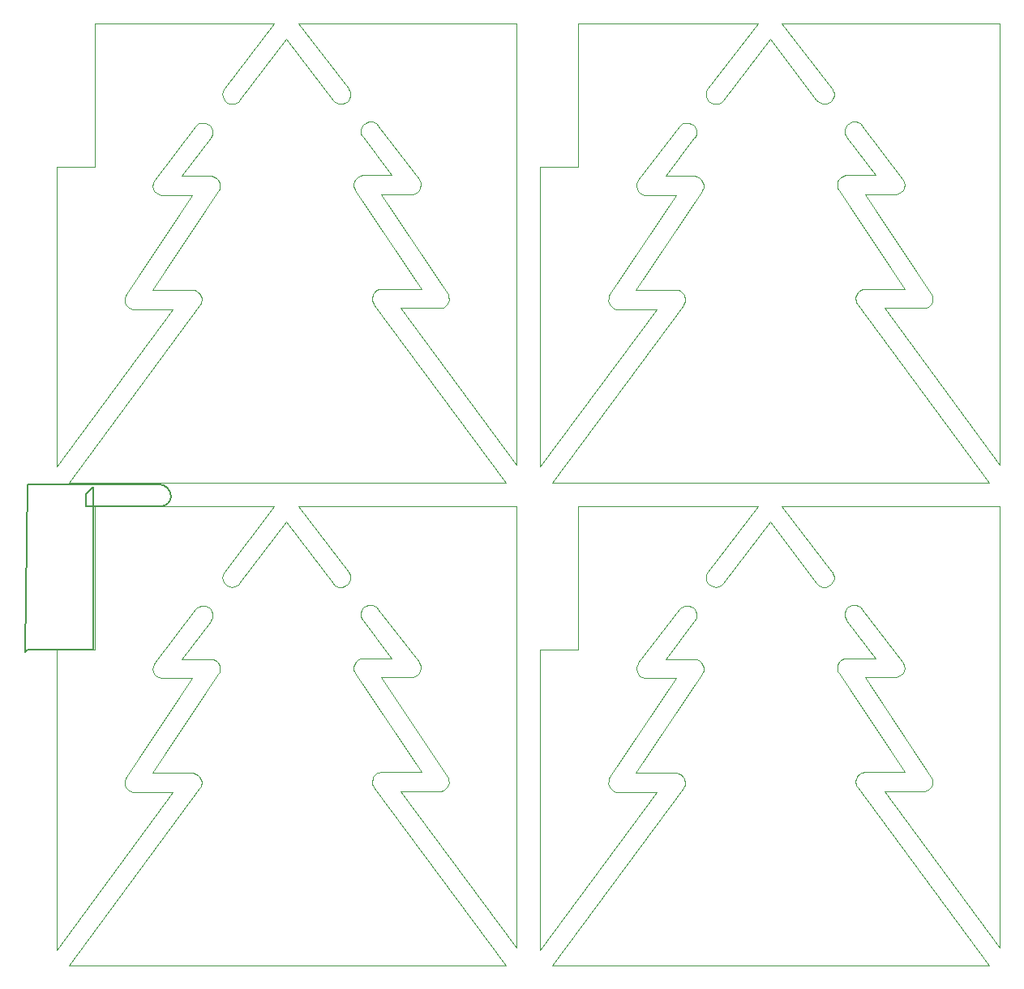
<source format=gm1>
%FSTAX23Y23*%
%MOIN*%
%SFA1B1*%

%IPPOS*%
%ADD33C,0.005000*%
%ADD34C,0.000000*%
%LNpcb_panel_v3-1*%
%LPD*%
G54D33*
X0143Y0289D02*
D01*
D01*
G75*
G03X0147Y0293I0J00040D01*
G74*G01*
D01*
D01*
G75*
G03X0142Y0298I-00050J0D01*
G74*G01*
X0115Y023D02*
Y0297D01*
X0112Y0294D02*
X0115Y0297D01*
X0112Y0289D02*
Y0294D01*
Y0289D02*
X0143D01*
X0141Y0298D02*
X0142D01*
X0135D02*
X0141D01*
X0116D02*
X0135D01*
X0088Y023D02*
X0115D01*
X0087Y0229D02*
X0088Y023D01*
X0087Y0229D02*
X0088Y0298D01*
X0116*
G54D34*
X02889Y01073D02*
Y02889D01*
X01994D02*
X02889D01*
X01994D02*
X02199Y02621D01*
D01*
X02201Y02619D01*
X02204Y02613*
X02206Y02607*
X02207Y026*
Y02597D02*
Y026D01*
Y02591D02*
Y02597D01*
X02204Y02579D02*
X02207Y02591D01*
X02196Y02569D02*
X02204Y02579D01*
X02186Y02562D02*
X02196Y02569D01*
X02175Y02558D02*
X02186Y02562D01*
X02162Y02558D02*
X02175Y02558D01*
X02151Y02561D02*
X02162Y02558D01*
X0214Y02568D02*
X02151Y02561D01*
X02137Y02573D02*
X0214Y02568D01*
X01945Y02825D02*
X02137Y02573D01*
X01752D02*
X01945Y02825D01*
X01752Y02573D02*
D01*
X01749Y02569D02*
X01752Y02573D01*
X01741Y02563D02*
X01749Y02569D01*
X01731Y02559D02*
X01741Y02563D01*
X01721Y02557D02*
X01731Y02559D01*
X01711Y02559D02*
X01721Y02557D01*
X01701Y02563D02*
X01711Y02559D01*
X01693Y02569D02*
X01701Y02563D01*
X01687Y02577D02*
X01693Y02569D01*
X01683Y02587D02*
X01687Y02577D01*
X01681Y02597D02*
X01683Y02587D01*
X01681Y02597D02*
X01683Y02607D01*
X01687Y02617*
X0169Y02621*
X01895Y02889*
X01157D02*
X01895D01*
X01157Y02299D02*
Y02889D01*
X01Y02299D02*
X01157D01*
X01Y01064D02*
Y02299D01*
Y01064D02*
X01478Y01713D01*
X01314D02*
X01478D01*
X01304Y01716D02*
X01314Y01713D01*
X01295Y01722D02*
X01304Y01716D01*
X01287Y01729D02*
X01295Y01722D01*
X01282Y01739D02*
X01287Y01729D01*
X0128Y01749D02*
X01282Y01739D01*
X0128Y01749D02*
X01281Y0176D01*
X01284Y0177*
X01287Y01775*
X01558Y02182*
X0143D02*
X01558D01*
X01419Y02185D02*
X0143Y02182D01*
X0141Y02191D02*
X01419Y02185D01*
X01402Y02199D02*
X0141Y02191D01*
X01397Y02209D02*
X01402Y02199D01*
X01395Y02219D02*
X01397Y02209D01*
X01395Y02219D02*
X01396Y0223D01*
X014Y02241*
X01404Y02245*
X01571Y02465*
D01*
X01574Y02469D01*
X01585Y02477*
X01596Y0248*
X01609Y0248*
X0162Y02476*
X0163Y02469*
X01638Y02459*
X01641Y02447*
Y02441D02*
Y02447D01*
Y02437D02*
Y02441D01*
X0164Y02431D02*
X01641Y02437D01*
X01638Y02425D02*
X0164Y02431D01*
X01635Y02419D02*
X01638Y02425D01*
X01633Y02417D02*
X01635Y02419D01*
X01515Y02261D02*
X01633Y02417D01*
X01515Y02261D02*
X01636D01*
X01643Y02259*
X01651Y02256*
X01657Y02252*
X01663Y02246*
X01667Y0224*
X0167Y02233*
X01671Y02225*
Y02221D02*
Y02225D01*
Y02218D02*
Y02221D01*
X0167Y02213D02*
X01671Y02218D01*
X01669Y02207D02*
X0167Y02213D01*
X01666Y02202D02*
X01669Y02207D01*
X01665Y02199D02*
X01666Y02202D01*
X01393Y01792D02*
X01665Y02199D01*
X01393Y01792D02*
X0156D01*
X01568Y01791*
X01575Y01788*
X01581Y01783*
X01587Y01778*
X01591Y01771*
X01594Y01764*
X01596Y01757*
Y01753D02*
Y01757D01*
Y0175D02*
Y01753D01*
X01595Y01743D02*
X01596Y0175D01*
X01593Y01737D02*
X01595Y01743D01*
X0159Y01732D02*
X01593Y01737D01*
X01588Y01729D02*
X0159Y01732D01*
X0105Y01D02*
X01588Y01729D01*
X0105Y01D02*
X02846D01*
X02305Y01733D02*
X02846Y01D01*
X02303Y01736D02*
X02305Y01733D01*
X023Y01741D02*
X02303Y01736D01*
X02298Y01747D02*
X023Y01741D01*
X02297Y01753D02*
X02298Y01747D01*
X02297Y01753D02*
Y01757D01*
Y0176*
X02299Y01768*
X02302Y01775*
X02306Y01782*
X02311Y01787*
X02318Y01792*
X02325Y01794*
X02333Y01796*
X02499*
X02228Y02203D02*
X02499Y01796D01*
X02226Y02206D02*
X02228Y02203D01*
X02224Y02211D02*
X02226Y02206D01*
X02222Y02216D02*
X02224Y02211D01*
X02221Y02222D02*
X02222Y02216D01*
X02221Y02222D02*
Y02225D01*
Y02229*
X02223Y02237*
X02226Y02244*
X0223Y0225*
X02236Y02256*
X02242Y0226*
X02249Y02263*
X02257Y02264*
X02378*
X02259Y02421D02*
X02378Y02264D01*
X02257Y02423D02*
X02259Y02421D01*
X02254Y02429D02*
X02257Y02423D01*
X02252Y02435D02*
X02254Y02429D01*
X02251Y02441D02*
X02252Y02435D01*
X02251Y02441D02*
Y02445D01*
Y02451*
X02255Y02463*
X02262Y02473*
X02272Y0248*
X02284Y02484*
X02296Y02484*
X02308Y0248*
X02318Y02473*
X02322Y02468*
X02489Y02249*
X02492Y02245*
X02496Y02234*
X02497Y02223*
X02495Y02213D02*
X02497Y02223D01*
X0249Y02203D02*
X02495Y02213D01*
X02483Y02195D02*
X0249Y02203D01*
X02474Y02189D02*
X02483Y02195D01*
X02463Y02186D02*
X02474Y02189D01*
X02334Y02186D02*
X02463D01*
X02334D02*
X02606Y01778D01*
X02609Y01774*
X02612Y01764*
X02613Y01753*
X0261Y01743D02*
X02613Y01753D01*
X02605Y01733D02*
X0261Y01743D01*
X02598Y01726D02*
X02605Y01733D01*
X02589Y0172D02*
X02598Y01726D01*
X02578Y01717D02*
X02589Y0172D01*
X02415Y01717D02*
X02578D01*
X02415D02*
X02889Y01073D01*
X04877D02*
Y02889D01*
X03982D02*
X04877D01*
X03982D02*
X04187Y02621D01*
D01*
X04189Y02619D01*
X04192Y02613*
X04195Y02607*
X04196Y026*
Y02597D02*
Y026D01*
Y02591D02*
Y02597D01*
X04192Y02579D02*
X04196Y02591D01*
X04185Y02569D02*
X04192Y02579D01*
X04175Y02562D02*
X04185Y02569D01*
X04163Y02558D02*
X04175Y02562D01*
X04151Y02558D02*
X04163Y02558D01*
X04139Y02561D02*
X04151Y02558D01*
X04129Y02568D02*
X04139Y02561D01*
X04125Y02573D02*
X04129Y02568D01*
X03933Y02825D02*
X04125Y02573D01*
X0374D02*
X03933Y02825D01*
X0374Y02573D02*
D01*
X03737Y02569D02*
X0374Y02573D01*
X03729Y02563D02*
X03737Y02569D01*
X0372Y02559D02*
X03729Y02563D01*
X03709Y02557D02*
X0372Y02559D01*
X03699Y02559D02*
X03709Y02557D01*
X03689Y02563D02*
X03699Y02559D01*
X03681Y02569D02*
X03689Y02563D01*
X03675Y02577D02*
X03681Y02569D01*
X03671Y02587D02*
X03675Y02577D01*
X03669Y02597D02*
X03671Y02587D01*
X03669Y02597D02*
X03671Y02607D01*
X03675Y02617*
X03678Y02621*
X03883Y02889*
X03145D02*
X03883D01*
X03145Y02299D02*
Y02889D01*
X02988Y02299D02*
X03145D01*
X02988Y01064D02*
Y02299D01*
Y01064D02*
X03466Y01713D01*
X03302D02*
X03466D01*
X03292Y01716D02*
X03302Y01713D01*
X03283Y01722D02*
X03292Y01716D01*
X03276Y01729D02*
X03283Y01722D01*
X03271Y01739D02*
X03276Y01729D01*
X03268Y01749D02*
X03271Y01739D01*
X03268Y01749D02*
X03269Y0176D01*
X03272Y0177*
X03275Y01775*
X03547Y02182*
X03418D02*
X03547D01*
X03407Y02185D02*
X03418Y02182D01*
X03398Y02191D02*
X03407Y02185D01*
X0339Y02199D02*
X03398Y02191D01*
X03386Y02209D02*
X0339Y02199D01*
X03384Y02219D02*
X03386Y02209D01*
X03384Y02219D02*
X03385Y0223D01*
X03389Y02241*
X03392Y02245*
X03559Y02465*
D01*
X03563Y02469D01*
X03573Y02477*
X03585Y0248*
X03597Y0248*
X03609Y02476*
X03619Y02469*
X03626Y02459*
X0363Y02447*
Y02441D02*
Y02447D01*
Y02437D02*
Y02441D01*
X03629Y02431D02*
X0363Y02437D01*
X03626Y02425D02*
X03629Y02431D01*
X03623Y02419D02*
X03626Y02425D01*
X03622Y02417D02*
X03623Y02419D01*
X03503Y02261D02*
X03622Y02417D01*
X03503Y02261D02*
X03624D01*
X03632Y02259*
X03639Y02256*
X03645Y02252*
X03651Y02246*
X03655Y0224*
X03658Y02233*
X0366Y02225*
Y02221D02*
Y02225D01*
Y02218D02*
Y02221D01*
X03659Y02213D02*
X0366Y02218D01*
X03657Y02207D02*
X03659Y02213D01*
X03655Y02202D02*
X03657Y02207D01*
X03653Y02199D02*
X03655Y02202D01*
X03381Y01792D02*
X03653Y02199D01*
X03381Y01792D02*
X03548D01*
X03556Y01791*
X03563Y01788*
X03569Y01783*
X03575Y01778*
X03579Y01771*
X03582Y01764*
X03584Y01757*
Y01753D02*
Y01757D01*
Y0175D02*
Y01753D01*
X03583Y01743D02*
X03584Y0175D01*
X03581Y01737D02*
X03583Y01743D01*
X03578Y01732D02*
X03581Y01737D01*
X03576Y01729D02*
X03578Y01732D01*
X03038Y01D02*
X03576Y01729D01*
X03038Y01D02*
X04834D01*
X04293Y01733D02*
X04834Y01D01*
X04291Y01736D02*
X04293Y01733D01*
X04288Y01741D02*
X04291Y01736D01*
X04286Y01747D02*
X04288Y01741D01*
X04285Y01753D02*
X04286Y01747D01*
X04285Y01753D02*
Y01757D01*
Y0176*
X04287Y01768*
X0429Y01775*
X04294Y01782*
X043Y01787*
X04306Y01792*
X04313Y01794*
X04321Y01796*
X04488*
X04216Y02203D02*
X04488Y01796D01*
X04215Y02206D02*
X04216Y02203D01*
X04212Y02211D02*
X04215Y02206D01*
X0421Y02216D02*
X04212Y02211D01*
X0421Y02222D02*
X0421Y02216D01*
X0421Y02222D02*
Y02225D01*
Y02229*
X04211Y02237*
X04214Y02244*
X04218Y0225*
X04224Y02256*
X0423Y0226*
X04237Y02263*
X04245Y02264*
X04366*
X04248Y02421D02*
X04366Y02264D01*
X04246Y02423D02*
X04248Y02421D01*
X04243Y02429D02*
X04246Y02423D01*
X04241Y02435D02*
X04243Y02429D01*
X0424Y02441D02*
X04241Y02435D01*
X0424Y02441D02*
Y02445D01*
Y02451*
X04243Y02463*
X04251Y02473*
X0426Y0248*
X04272Y02484*
X04285Y02484*
X04296Y0248*
X04306Y02473*
X0431Y02468*
X04477Y02249*
X0448Y02245*
X04485Y02234*
X04486Y02223*
X04484Y02213D02*
X04486Y02223D01*
X04479Y02203D02*
X04484Y02213D01*
X04471Y02195D02*
X04479Y02203D01*
X04462Y02189D02*
X04471Y02195D01*
X04451Y02186D02*
X04462Y02189D01*
X04323Y02186D02*
X04451D01*
X04323D02*
X04594Y01778D01*
X04597Y01774*
X046Y01764*
X04601Y01753*
X04599Y01743D02*
X04601Y01753D01*
X04593Y01733D02*
X04599Y01743D01*
X04586Y01726D02*
X04593Y01733D01*
X04577Y0172D02*
X04586Y01726D01*
X04567Y01717D02*
X04577Y0172D01*
X04403Y01717D02*
X04567D01*
X04403D02*
X04877Y01073D01*
X02889Y03061D02*
Y04877D01*
X01994D02*
X02889D01*
X01994D02*
X02199Y04609D01*
D01*
X02201Y04607D01*
X02204Y04601*
X02206Y04595*
X02207Y04589*
Y04585D02*
Y04589D01*
Y04579D02*
Y04585D01*
X02204Y04567D02*
X02207Y04579D01*
X02196Y04557D02*
X02204Y04567D01*
X02186Y0455D02*
X02196Y04557D01*
X02175Y04546D02*
X02186Y0455D01*
X02162Y04546D02*
X02175Y04546D01*
X02151Y04549D02*
X02162Y04546D01*
X0214Y04557D02*
X02151Y04549D01*
X02137Y04561D02*
X0214Y04557D01*
X01945Y04813D02*
X02137Y04561D01*
X01752D02*
X01945Y04813D01*
X01752Y04561D02*
D01*
X01749Y04557D02*
X01752Y04561D01*
X01741Y04551D02*
X01749Y04557D01*
X01731Y04547D02*
X01741Y04551D01*
X01721Y04546D02*
X01731Y04547D01*
X01711Y04547D02*
X01721Y04546D01*
X01701Y04551D02*
X01711Y04547D01*
X01693Y04557D02*
X01701Y04551D01*
X01687Y04565D02*
X01693Y04557D01*
X01683Y04575D02*
X01687Y04565D01*
X01681Y04585D02*
X01683Y04575D01*
X01681Y04585D02*
X01683Y04596D01*
X01687Y04605*
X0169Y04609*
X01895Y04877*
X01157D02*
X01895D01*
X01157Y04287D02*
Y04877D01*
X01Y04287D02*
X01157D01*
X01Y03052D02*
Y04287D01*
Y03052D02*
X01478Y03701D01*
X01314D02*
X01478D01*
X01304Y03704D02*
X01314Y03701D01*
X01295Y0371D02*
X01304Y03704D01*
X01287Y03718D02*
X01295Y0371D01*
X01282Y03727D02*
X01287Y03718D01*
X0128Y03737D02*
X01282Y03727D01*
X0128Y03737D02*
X01281Y03748D01*
X01284Y03758*
X01287Y03763*
X01558Y0417*
X0143D02*
X01558D01*
X01419Y04173D02*
X0143Y0417D01*
X0141Y04179D02*
X01419Y04173D01*
X01402Y04187D02*
X0141Y04179D01*
X01397Y04197D02*
X01402Y04187D01*
X01395Y04208D02*
X01397Y04197D01*
X01395Y04208D02*
X01396Y04219D01*
X014Y04229*
X01404Y04233*
X01571Y04453*
D01*
X01574Y04458D01*
X01585Y04465*
X01596Y04468*
X01609Y04468*
X0162Y04464*
X0163Y04457*
X01638Y04447*
X01641Y04435*
Y04429D02*
Y04435D01*
Y04426D02*
Y04429D01*
X0164Y04419D02*
X01641Y04426D01*
X01638Y04413D02*
X0164Y04419D01*
X01635Y04408D02*
X01638Y04413D01*
X01633Y04405D02*
X01635Y04408D01*
X01515Y04249D02*
X01633Y04405D01*
X01515Y04249D02*
X01636D01*
X01643Y04247*
X01651Y04244*
X01657Y0424*
X01663Y04234*
X01667Y04228*
X0167Y04221*
X01671Y04213*
Y04209D02*
Y04213D01*
Y04206D02*
Y04209D01*
X0167Y04201D02*
X01671Y04206D01*
X01669Y04195D02*
X0167Y04201D01*
X01666Y0419D02*
X01669Y04195D01*
X01665Y04187D02*
X01666Y0419D01*
X01393Y0378D02*
X01665Y04187D01*
X01393Y0378D02*
X0156D01*
X01568Y03779*
X01575Y03776*
X01581Y03771*
X01587Y03766*
X01591Y0376*
X01594Y03752*
X01596Y03745*
Y03741D02*
Y03745D01*
Y03738D02*
Y03741D01*
X01595Y03732D02*
X01596Y03738D01*
X01593Y03726D02*
X01595Y03732D01*
X0159Y0372D02*
X01593Y03726D01*
X01588Y03717D02*
X0159Y0372D01*
X0105Y02988D02*
X01588Y03717D01*
X0105Y02988D02*
X02846D01*
X02305Y03721D02*
X02846Y02988D01*
X02303Y03724D02*
X02305Y03721D01*
X023Y0373D02*
X02303Y03724D01*
X02298Y03735D02*
X023Y0373D01*
X02297Y03742D02*
X02298Y03735D01*
X02297Y03742D02*
Y03745D01*
Y03749*
X02299Y03756*
X02302Y03763*
X02306Y0377*
X02311Y03775*
X02318Y0378*
X02325Y03783*
X02333Y03784*
X02499*
X02228Y04191D02*
X02499Y03784D01*
X02226Y04194D02*
X02228Y04191D01*
X02224Y04199D02*
X02226Y04194D01*
X02222Y04205D02*
X02224Y04199D01*
X02221Y0421D02*
X02222Y04205D01*
X02221Y0421D02*
Y04213D01*
Y04217*
X02223Y04225*
X02226Y04232*
X0223Y04238*
X02236Y04244*
X02242Y04248*
X02249Y04251*
X02257Y04253*
X02378*
X02259Y04409D02*
X02378Y04253D01*
X02257Y04412D02*
X02259Y04409D01*
X02254Y04417D02*
X02257Y04412D01*
X02252Y04423D02*
X02254Y04417D01*
X02251Y0443D02*
X02252Y04423D01*
X02251Y0443D02*
Y04433D01*
Y04439*
X02255Y04451*
X02262Y04461*
X02272Y04468*
X02284Y04472*
X02296Y04472*
X02308Y04469*
X02318Y04462*
X02322Y04457*
X02489Y04237*
X02492Y04233*
X02496Y04222*
X02497Y04212*
X02495Y04201D02*
X02497Y04212D01*
X0249Y04191D02*
X02495Y04201D01*
X02483Y04183D02*
X0249Y04191D01*
X02474Y04177D02*
X02483Y04183D01*
X02463Y04174D02*
X02474Y04177D01*
X02334Y04174D02*
X02463D01*
X02334D02*
X02606Y03767D01*
X02609Y03762*
X02612Y03752*
X02613Y03741*
X0261Y03731D02*
X02613Y03741D01*
X02605Y03721D02*
X0261Y03731D01*
X02598Y03714D02*
X02605Y03721D01*
X02589Y03708D02*
X02598Y03714D01*
X02578Y03705D02*
X02589Y03708D01*
X02415Y03705D02*
X02578D01*
X02415D02*
X02889Y03061D01*
X04877D02*
Y04877D01*
X03982D02*
X04877D01*
X03982D02*
X04187Y04609D01*
D01*
X04189Y04607D01*
X04192Y04601*
X04195Y04595*
X04196Y04589*
Y04585D02*
Y04589D01*
Y04579D02*
Y04585D01*
X04192Y04567D02*
X04196Y04579D01*
X04185Y04557D02*
X04192Y04567D01*
X04175Y0455D02*
X04185Y04557D01*
X04163Y04546D02*
X04175Y0455D01*
X04151Y04546D02*
X04163Y04546D01*
X04139Y04549D02*
X04151Y04546D01*
X04129Y04557D02*
X04139Y04549D01*
X04125Y04561D02*
X04129Y04557D01*
X03933Y04813D02*
X04125Y04561D01*
X0374D02*
X03933Y04813D01*
X0374Y04561D02*
D01*
X03737Y04557D02*
X0374Y04561D01*
X03729Y04551D02*
X03737Y04557D01*
X0372Y04547D02*
X03729Y04551D01*
X03709Y04546D02*
X0372Y04547D01*
X03699Y04547D02*
X03709Y04546D01*
X03689Y04551D02*
X03699Y04547D01*
X03681Y04557D02*
X03689Y04551D01*
X03675Y04565D02*
X03681Y04557D01*
X03671Y04575D02*
X03675Y04565D01*
X03669Y04585D02*
X03671Y04575D01*
X03669Y04585D02*
X03671Y04596D01*
X03675Y04605*
X03678Y04609*
X03883Y04877*
X03145D02*
X03883D01*
X03145Y04287D02*
Y04877D01*
X02988Y04287D02*
X03145D01*
X02988Y03052D02*
Y04287D01*
Y03052D02*
X03466Y03701D01*
X03302D02*
X03466D01*
X03292Y03704D02*
X03302Y03701D01*
X03283Y0371D02*
X03292Y03704D01*
X03276Y03718D02*
X03283Y0371D01*
X03271Y03727D02*
X03276Y03718D01*
X03268Y03737D02*
X03271Y03727D01*
X03268Y03737D02*
X03269Y03748D01*
X03272Y03758*
X03275Y03763*
X03547Y0417*
X03418D02*
X03547D01*
X03407Y04173D02*
X03418Y0417D01*
X03398Y04179D02*
X03407Y04173D01*
X0339Y04187D02*
X03398Y04179D01*
X03386Y04197D02*
X0339Y04187D01*
X03384Y04208D02*
X03386Y04197D01*
X03384Y04208D02*
X03385Y04219D01*
X03389Y04229*
X03392Y04233*
X03559Y04453*
D01*
X03563Y04458D01*
X03573Y04465*
X03585Y04468*
X03597Y04468*
X03609Y04464*
X03619Y04457*
X03626Y04447*
X0363Y04435*
Y04429D02*
Y04435D01*
Y04426D02*
Y04429D01*
X03629Y04419D02*
X0363Y04426D01*
X03626Y04413D02*
X03629Y04419D01*
X03623Y04408D02*
X03626Y04413D01*
X03622Y04405D02*
X03623Y04408D01*
X03503Y04249D02*
X03622Y04405D01*
X03503Y04249D02*
X03624D01*
X03632Y04247*
X03639Y04244*
X03645Y0424*
X03651Y04234*
X03655Y04228*
X03658Y04221*
X0366Y04213*
Y04209D02*
Y04213D01*
Y04206D02*
Y04209D01*
X03659Y04201D02*
X0366Y04206D01*
X03657Y04195D02*
X03659Y04201D01*
X03655Y0419D02*
X03657Y04195D01*
X03653Y04187D02*
X03655Y0419D01*
X03381Y0378D02*
X03653Y04187D01*
X03381Y0378D02*
X03548D01*
X03556Y03779*
X03563Y03776*
X03569Y03771*
X03575Y03766*
X03579Y0376*
X03582Y03752*
X03584Y03745*
Y03741D02*
Y03745D01*
Y03738D02*
Y03741D01*
X03583Y03732D02*
X03584Y03738D01*
X03581Y03726D02*
X03583Y03732D01*
X03578Y0372D02*
X03581Y03726D01*
X03576Y03717D02*
X03578Y0372D01*
X03038Y02988D02*
X03576Y03717D01*
X03038Y02988D02*
X04834D01*
X04293Y03721D02*
X04834Y02988D01*
X04291Y03724D02*
X04293Y03721D01*
X04288Y0373D02*
X04291Y03724D01*
X04286Y03735D02*
X04288Y0373D01*
X04285Y03742D02*
X04286Y03735D01*
X04285Y03742D02*
Y03745D01*
Y03749*
X04287Y03756*
X0429Y03763*
X04294Y0377*
X043Y03775*
X04306Y0378*
X04313Y03783*
X04321Y03784*
X04488*
X04216Y04191D02*
X04488Y03784D01*
X04215Y04194D02*
X04216Y04191D01*
X04212Y04199D02*
X04215Y04194D01*
X0421Y04205D02*
X04212Y04199D01*
X0421Y0421D02*
X0421Y04205D01*
X0421Y0421D02*
Y04213D01*
Y04217*
X04211Y04225*
X04214Y04232*
X04218Y04238*
X04224Y04244*
X0423Y04248*
X04237Y04251*
X04245Y04253*
X04366*
X04248Y04409D02*
X04366Y04253D01*
X04246Y04412D02*
X04248Y04409D01*
X04243Y04417D02*
X04246Y04412D01*
X04241Y04423D02*
X04243Y04417D01*
X0424Y0443D02*
X04241Y04423D01*
X0424Y0443D02*
Y04433D01*
Y04439*
X04243Y04451*
X04251Y04461*
X0426Y04468*
X04272Y04472*
X04285Y04472*
X04296Y04469*
X04306Y04462*
X0431Y04457*
X04477Y04237*
X0448Y04233*
X04485Y04222*
X04486Y04212*
X04484Y04201D02*
X04486Y04212D01*
X04479Y04191D02*
X04484Y04201D01*
X04471Y04183D02*
X04479Y04191D01*
X04462Y04177D02*
X04471Y04183D01*
X04451Y04174D02*
X04462Y04177D01*
X04323Y04174D02*
X04451D01*
X04323D02*
X04594Y03767D01*
X04597Y03762*
X046Y03752*
X04601Y03741*
X04599Y03731D02*
X04601Y03741D01*
X04593Y03721D02*
X04599Y03731D01*
X04586Y03714D02*
X04593Y03721D01*
X04577Y03708D02*
X04586Y03714D01*
X04567Y03705D02*
X04577Y03708D01*
X04403Y03705D02*
X04567D01*
X04403D02*
X04877Y03061D01*
M02*
</source>
